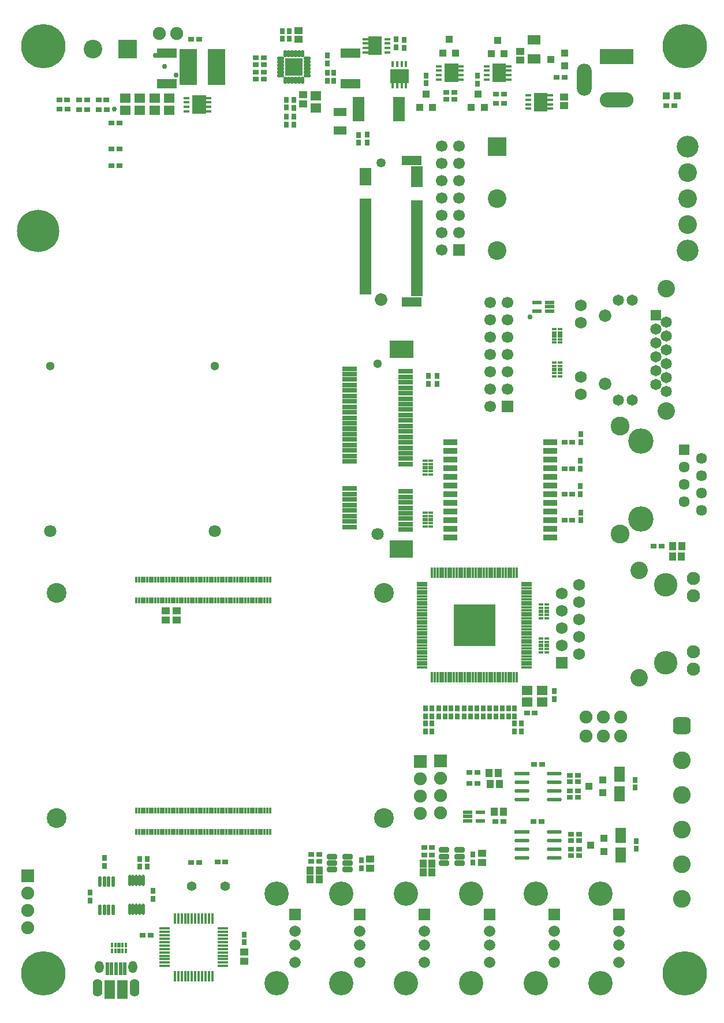
<source format=gts>
G04*
G04 #@! TF.GenerationSoftware,Altium Limited,Altium Designer,24.0.1 (36)*
G04*
G04 Layer_Color=8388736*
%FSLAX42Y42*%
%MOMM*%
G71*
G04*
G04 #@! TF.SameCoordinates,E1E02590-05F2-4693-A132-99C86EA4FF08*
G04*
G04*
G04 #@! TF.FilePolarity,Negative*
G04*
G01*
G75*
G04:AMPARAMS|DCode=22|XSize=0.56mm|YSize=0.2mm|CornerRadius=0.05mm|HoleSize=0mm|Usage=FLASHONLY|Rotation=0.000|XOffset=0mm|YOffset=0mm|HoleType=Round|Shape=RoundedRectangle|*
%AMROUNDEDRECTD22*
21,1,0.56,0.10,0,0,0.0*
21,1,0.47,0.20,0,0,0.0*
1,1,0.10,0.23,-0.05*
1,1,0.10,-0.23,-0.05*
1,1,0.10,-0.23,0.05*
1,1,0.10,0.23,0.05*
%
%ADD22ROUNDEDRECTD22*%
G04:AMPARAMS|DCode=31|XSize=2.17mm|YSize=0.57mm|CornerRadius=0.28mm|HoleSize=0mm|Usage=FLASHONLY|Rotation=0.000|XOffset=0mm|YOffset=0mm|HoleType=Round|Shape=RoundedRectangle|*
%AMROUNDEDRECTD31*
21,1,2.17,0.00,0,0,0.0*
21,1,1.61,0.57,0,0,0.0*
1,1,0.57,0.80,0.00*
1,1,0.57,-0.80,0.00*
1,1,0.57,-0.80,0.00*
1,1,0.57,0.80,0.00*
%
%ADD31ROUNDEDRECTD31*%
%ADD38R,0.81X0.36*%
%ADD42R,0.36X0.81*%
%ADD43R,1.70X3.55*%
%ADD56R,2.17X0.57*%
G04:AMPARAMS|DCode=57|XSize=0.56mm|YSize=0.2mm|CornerRadius=0.05mm|HoleSize=0mm|Usage=FLASHONLY|Rotation=270.000|XOffset=0mm|YOffset=0mm|HoleType=Round|Shape=RoundedRectangle|*
%AMROUNDEDRECTD57*
21,1,0.56,0.10,0,0,270.0*
21,1,0.47,0.20,0,0,270.0*
1,1,0.10,-0.05,-0.23*
1,1,0.10,-0.05,0.23*
1,1,0.10,0.05,0.23*
1,1,0.10,0.05,-0.23*
%
%ADD57ROUNDEDRECTD57*%
%ADD59R,1.75X0.50*%
%ADD60R,2.95X1.40*%
%ADD61O,0.37X1.60*%
%ADD62R,0.80X0.95*%
%ADD63R,0.43X1.56*%
%ADD64R,1.05X1.15*%
%ADD65R,0.95X0.80*%
%ADD66R,0.34X0.84*%
%ADD67R,1.56X0.43*%
%ADD68R,2.10X0.96*%
%ADD69R,1.60X1.40*%
G04:AMPARAMS|DCode=70|XSize=1.06mm|YSize=0.47mm|CornerRadius=0.14mm|HoleSize=0mm|Usage=FLASHONLY|Rotation=270.000|XOffset=0mm|YOffset=0mm|HoleType=Round|Shape=RoundedRectangle|*
%AMROUNDEDRECTD70*
21,1,1.06,0.20,0,0,270.0*
21,1,0.79,0.47,0,0,270.0*
1,1,0.27,-0.10,-0.40*
1,1,0.27,-0.10,0.40*
1,1,0.27,0.10,0.40*
1,1,0.27,0.10,-0.40*
%
%ADD70ROUNDEDRECTD70*%
%ADD71R,1.15X1.05*%
%ADD72R,1.55X1.35*%
%ADD73R,2.00X0.60*%
%ADD74O,1.60X0.37*%
G04:AMPARAMS|DCode=75|XSize=1.52mm|YSize=0.79mm|CornerRadius=0.18mm|HoleSize=0mm|Usage=FLASHONLY|Rotation=180.000|XOffset=0mm|YOffset=0mm|HoleType=Round|Shape=RoundedRectangle|*
%AMROUNDEDRECTD75*
21,1,1.52,0.44,0,0,180.0*
21,1,1.17,0.79,0,0,180.0*
1,1,0.35,-0.59,0.22*
1,1,0.35,0.59,0.22*
1,1,0.35,0.59,-0.22*
1,1,0.35,-0.59,-0.22*
%
%ADD75ROUNDEDRECTD75*%
%ADD76R,0.60X1.95*%
%ADD77R,1.10X1.10*%
G04:AMPARAMS|DCode=78|XSize=1.06mm|YSize=0.47mm|CornerRadius=0.14mm|HoleSize=0mm|Usage=FLASHONLY|Rotation=180.000|XOffset=0mm|YOffset=0mm|HoleType=Round|Shape=RoundedRectangle|*
%AMROUNDEDRECTD78*
21,1,1.06,0.20,0,0,180.0*
21,1,0.79,0.47,0,0,180.0*
1,1,0.27,-0.40,0.10*
1,1,0.27,0.40,0.10*
1,1,0.27,0.40,-0.10*
1,1,0.27,-0.40,-0.10*
%
%ADD78ROUNDEDRECTD78*%
%ADD79R,1.10X1.10*%
%ADD80R,2.90X1.40*%
%ADD81R,2.55X5.30*%
%ADD82R,1.01X1.13*%
%ADD83R,1.90X1.30*%
%ADD84R,1.85X1.40*%
%ADD85R,1.65X2.25*%
G04:AMPARAMS|DCode=86|XSize=1.6mm|YSize=0.5mm|CornerRadius=0.15mm|HoleSize=0mm|Usage=FLASHONLY|Rotation=90.000|XOffset=0mm|YOffset=0mm|HoleType=Round|Shape=RoundedRectangle|*
%AMROUNDEDRECTD86*
21,1,1.60,0.20,0,0,90.0*
21,1,1.30,0.50,0,0,90.0*
1,1,0.30,0.10,0.65*
1,1,0.30,0.10,-0.65*
1,1,0.30,-0.10,-0.65*
1,1,0.30,-0.10,0.65*
%
%ADD86ROUNDEDRECTD86*%
G04:AMPARAMS|DCode=87|XSize=1.7mm|YSize=0.48mm|CornerRadius=0.17mm|HoleSize=0mm|Usage=FLASHONLY|Rotation=270.000|XOffset=0mm|YOffset=0mm|HoleType=Round|Shape=RoundedRectangle|*
%AMROUNDEDRECTD87*
21,1,1.70,0.14,0,0,270.0*
21,1,1.36,0.48,0,0,270.0*
1,1,0.34,-0.07,-0.68*
1,1,0.34,-0.07,0.68*
1,1,0.34,0.07,0.68*
1,1,0.34,0.07,-0.68*
%
%ADD87ROUNDEDRECTD87*%
%ADD88R,1.32X0.56*%
%ADD89R,2.65X2.65*%
%ADD90R,1.63X2.70*%
G04:AMPARAMS|DCode=91|XSize=0.56mm|YSize=0.4mm|CornerRadius=0.05mm|HoleSize=0mm|Usage=FLASHONLY|Rotation=270.000|XOffset=0mm|YOffset=0mm|HoleType=Round|Shape=RoundedRectangle|*
%AMROUNDEDRECTD91*
21,1,0.56,0.30,0,0,270.0*
21,1,0.47,0.40,0,0,270.0*
1,1,0.10,-0.15,-0.23*
1,1,0.10,-0.15,0.23*
1,1,0.10,0.15,0.23*
1,1,0.10,0.15,-0.23*
%
%ADD91ROUNDEDRECTD91*%
%ADD92R,6.20X6.20*%
G04:AMPARAMS|DCode=93|XSize=0.56mm|YSize=0.4mm|CornerRadius=0.05mm|HoleSize=0mm|Usage=FLASHONLY|Rotation=0.000|XOffset=0mm|YOffset=0mm|HoleType=Round|Shape=RoundedRectangle|*
%AMROUNDEDRECTD93*
21,1,0.56,0.30,0,0,0.0*
21,1,0.47,0.40,0,0,0.0*
1,1,0.10,0.23,-0.15*
1,1,0.10,-0.23,-0.15*
1,1,0.10,-0.23,0.15*
1,1,0.10,0.23,0.15*
%
%ADD93ROUNDEDRECTD93*%
%ADD94R,3.20X2.30*%
%ADD95C,1.90*%
%ADD96C,1.35*%
%ADD97C,1.85*%
%ADD98C,6.20*%
%ADD99C,1.93*%
%ADD100C,1.73*%
%ADD101C,1.65*%
%ADD102R,1.73X1.73*%
%ADD103R,1.65X1.65*%
%ADD104R,1.90X1.90*%
%ADD105C,1.70*%
%ADD106C,1.61*%
%ADD107R,1.61X1.61*%
%ADD108C,2.56*%
%ADD109C,2.77*%
%ADD110R,1.66X1.66*%
%ADD111O,4.95X2.20*%
%ADD112C,3.20*%
%ADD113C,2.74*%
%ADD114C,2.60*%
%ADD115R,2.74X2.74*%
%ADD116C,1.66*%
%ADD117C,1.40*%
%ADD118C,3.57*%
%ADD119O,2.20X4.70*%
%ADD120R,4.95X2.20*%
%ADD121R,1.70X1.70*%
%ADD122O,1.30X1.80*%
%ADD123O,1.40X2.60*%
G04:AMPARAMS|DCode=124|XSize=2.6mm|YSize=2.6mm|CornerRadius=0.7mm|HoleSize=0mm|Usage=FLASHONLY|Rotation=90.000|XOffset=0mm|YOffset=0mm|HoleType=Round|Shape=RoundedRectangle|*
%AMROUNDEDRECTD124*
21,1,2.60,1.20,0,0,90.0*
21,1,1.20,2.60,0,0,90.0*
1,1,1.40,0.60,0.60*
1,1,1.40,0.60,-0.60*
1,1,1.40,-0.60,-0.60*
1,1,1.40,-0.60,0.60*
%
%ADD124ROUNDEDRECTD124*%
%ADD125C,3.45*%
%ADD126C,2.90*%
%ADD127C,1.30*%
%ADD128C,1.80*%
%ADD129C,3.71*%
%ADD130C,1.83*%
%ADD131C,6.49*%
%ADD132C,0.76*%
G36*
X5367Y13866D02*
X5166D01*
Y14136D01*
X5367D01*
Y13866D01*
D02*
G37*
G36*
X7188Y13469D02*
X6988D01*
Y13738D01*
X7188D01*
Y13469D01*
D02*
G37*
G36*
X6488Y13468D02*
X6287D01*
Y13737D01*
X6488D01*
Y13468D01*
D02*
G37*
G36*
X5760Y13454D02*
X5491D01*
Y13655D01*
X5760D01*
Y13454D01*
D02*
G37*
G36*
X7798Y13040D02*
X7598D01*
Y13310D01*
X7798D01*
Y13040D01*
D02*
G37*
G36*
X2787Y13002D02*
X2586D01*
Y13272D01*
X2787D01*
Y13002D01*
D02*
G37*
G36*
X8017Y9830D02*
X7947D01*
Y9864D01*
X8017D01*
Y9830D01*
D02*
G37*
G36*
X7934D02*
X7863D01*
Y9864D01*
X7934D01*
Y9830D01*
D02*
G37*
G36*
X8017Y9780D02*
X7947D01*
Y9814D01*
X8017D01*
Y9780D01*
D02*
G37*
G36*
X7934D02*
X7863D01*
Y9814D01*
X7934D01*
Y9780D01*
D02*
G37*
G36*
X8017Y9720D02*
X7947D01*
Y9774D01*
X8017D01*
Y9720D01*
D02*
G37*
G36*
X7934D02*
X7863D01*
Y9774D01*
X7934D01*
Y9720D01*
D02*
G37*
G36*
X8017Y9680D02*
X7947D01*
Y9714D01*
X8017D01*
Y9680D01*
D02*
G37*
G36*
X7934D02*
X7863D01*
Y9714D01*
X7934D01*
Y9680D01*
D02*
G37*
G36*
X8017Y9630D02*
X7947D01*
Y9664D01*
X8017D01*
Y9630D01*
D02*
G37*
G36*
X7934D02*
X7863D01*
Y9664D01*
X7934D01*
Y9630D01*
D02*
G37*
G36*
X5826Y9426D02*
X5487D01*
Y9676D01*
X5826D01*
Y9426D01*
D02*
G37*
G36*
X8017Y9336D02*
X7947D01*
Y9370D01*
X8017D01*
Y9336D01*
D02*
G37*
G36*
X7934D02*
X7863D01*
Y9370D01*
X7934D01*
Y9336D01*
D02*
G37*
G36*
X8017Y9286D02*
X7947D01*
Y9320D01*
X8017D01*
Y9286D01*
D02*
G37*
G36*
X7934D02*
X7863D01*
Y9320D01*
X7934D01*
Y9286D01*
D02*
G37*
G36*
X5003Y9231D02*
X4788D01*
Y9299D01*
X5003D01*
Y9231D01*
D02*
G37*
G36*
X8017Y9226D02*
X7947D01*
Y9280D01*
X8017D01*
Y9226D01*
D02*
G37*
G36*
X7934D02*
X7863D01*
Y9280D01*
X7934D01*
Y9226D01*
D02*
G37*
G36*
X5823Y9191D02*
X5608D01*
Y9259D01*
X5823D01*
Y9191D01*
D02*
G37*
G36*
X8017Y9186D02*
X7947D01*
Y9220D01*
X8017D01*
Y9186D01*
D02*
G37*
G36*
X7934D02*
X7863D01*
Y9220D01*
X7934D01*
Y9186D01*
D02*
G37*
G36*
X5003Y9151D02*
X4788D01*
Y9219D01*
X5003D01*
Y9151D01*
D02*
G37*
G36*
X8017Y9136D02*
X7947D01*
Y9170D01*
X8017D01*
Y9136D01*
D02*
G37*
G36*
X7934D02*
X7863D01*
Y9170D01*
X7934D01*
Y9136D01*
D02*
G37*
G36*
X5823Y9111D02*
X5608D01*
Y9179D01*
X5823D01*
Y9111D01*
D02*
G37*
G36*
X5003Y9071D02*
X4788D01*
Y9139D01*
X5003D01*
Y9071D01*
D02*
G37*
G36*
X5823Y9031D02*
X5608D01*
Y9099D01*
X5823D01*
Y9031D01*
D02*
G37*
G36*
X5003Y8991D02*
X4788D01*
Y9059D01*
X5003D01*
Y8991D01*
D02*
G37*
G36*
X5823Y8951D02*
X5608D01*
Y9019D01*
X5823D01*
Y8951D01*
D02*
G37*
G36*
X5003Y8911D02*
X4788D01*
Y8979D01*
X5003D01*
Y8911D01*
D02*
G37*
G36*
X5823Y8871D02*
X5608D01*
Y8939D01*
X5823D01*
Y8871D01*
D02*
G37*
G36*
X5003Y8831D02*
X4788D01*
Y8899D01*
X5003D01*
Y8831D01*
D02*
G37*
G36*
X5823Y8791D02*
X5608D01*
Y8859D01*
X5823D01*
Y8791D01*
D02*
G37*
G36*
X5003Y8751D02*
X4788D01*
Y8819D01*
X5003D01*
Y8751D01*
D02*
G37*
G36*
X5823Y8711D02*
X5608D01*
Y8779D01*
X5823D01*
Y8711D01*
D02*
G37*
G36*
X5003Y8671D02*
X4788D01*
Y8739D01*
X5003D01*
Y8671D01*
D02*
G37*
G36*
X5823Y8631D02*
X5608D01*
Y8699D01*
X5823D01*
Y8631D01*
D02*
G37*
G36*
X5003Y8591D02*
X4788D01*
Y8659D01*
X5003D01*
Y8591D01*
D02*
G37*
G36*
X5823Y8551D02*
X5608D01*
Y8619D01*
X5823D01*
Y8551D01*
D02*
G37*
G36*
X5003Y8511D02*
X4788D01*
Y8579D01*
X5003D01*
Y8511D01*
D02*
G37*
G36*
X5823Y8471D02*
X5608D01*
Y8539D01*
X5823D01*
Y8471D01*
D02*
G37*
G36*
X5003Y8431D02*
X4788D01*
Y8499D01*
X5003D01*
Y8431D01*
D02*
G37*
G36*
X5823Y8391D02*
X5608D01*
Y8459D01*
X5823D01*
Y8391D01*
D02*
G37*
G36*
X5003Y8351D02*
X4788D01*
Y8419D01*
X5003D01*
Y8351D01*
D02*
G37*
G36*
X5823Y8311D02*
X5608D01*
Y8379D01*
X5823D01*
Y8311D01*
D02*
G37*
G36*
X5003Y8271D02*
X4788D01*
Y8339D01*
X5003D01*
Y8271D01*
D02*
G37*
G36*
X5823Y8231D02*
X5608D01*
Y8299D01*
X5823D01*
Y8231D01*
D02*
G37*
G36*
X5003Y8191D02*
X4788D01*
Y8259D01*
X5003D01*
Y8191D01*
D02*
G37*
G36*
X5823Y8151D02*
X5608D01*
Y8219D01*
X5823D01*
Y8151D01*
D02*
G37*
G36*
X5003Y8111D02*
X4788D01*
Y8179D01*
X5003D01*
Y8111D01*
D02*
G37*
G36*
X5823Y8071D02*
X5608D01*
Y8139D01*
X5823D01*
Y8071D01*
D02*
G37*
G36*
X5003Y8031D02*
X4788D01*
Y8099D01*
X5003D01*
Y8031D01*
D02*
G37*
G36*
X5823Y7991D02*
X5608D01*
Y8059D01*
X5823D01*
Y7991D01*
D02*
G37*
G36*
X5003Y7951D02*
X4788D01*
Y8019D01*
X5003D01*
Y7951D01*
D02*
G37*
G36*
X5823Y7911D02*
X5608D01*
Y7979D01*
X5823D01*
Y7911D01*
D02*
G37*
G36*
X6121Y7897D02*
X6051D01*
Y7931D01*
X6121D01*
Y7897D01*
D02*
G37*
G36*
X6038D02*
X5967D01*
Y7931D01*
X6038D01*
Y7897D01*
D02*
G37*
G36*
X5003Y7871D02*
X4788D01*
Y7939D01*
X5003D01*
Y7871D01*
D02*
G37*
G36*
X6121Y7847D02*
X6051D01*
Y7881D01*
X6121D01*
Y7847D01*
D02*
G37*
G36*
X6038D02*
X5967D01*
Y7881D01*
X6038D01*
Y7847D01*
D02*
G37*
G36*
X5823Y7831D02*
X5608D01*
Y7899D01*
X5823D01*
Y7831D01*
D02*
G37*
G36*
X6121Y7787D02*
X6051D01*
Y7841D01*
X6121D01*
Y7787D01*
D02*
G37*
G36*
X6038D02*
X5967D01*
Y7841D01*
X6038D01*
Y7787D01*
D02*
G37*
G36*
X6121Y7747D02*
X6051D01*
Y7781D01*
X6121D01*
Y7747D01*
D02*
G37*
G36*
X6038D02*
X5967D01*
Y7781D01*
X6038D01*
Y7747D01*
D02*
G37*
G36*
X6121Y7697D02*
X6051D01*
Y7731D01*
X6121D01*
Y7697D01*
D02*
G37*
G36*
X6038D02*
X5967D01*
Y7731D01*
X6038D01*
Y7697D01*
D02*
G37*
G36*
X5003Y7471D02*
X4788D01*
Y7539D01*
X5003D01*
Y7471D01*
D02*
G37*
G36*
X5823Y7431D02*
X5608D01*
Y7499D01*
X5823D01*
Y7431D01*
D02*
G37*
G36*
X5003Y7391D02*
X4788D01*
Y7459D01*
X5003D01*
Y7391D01*
D02*
G37*
G36*
X5823Y7351D02*
X5608D01*
Y7419D01*
X5823D01*
Y7351D01*
D02*
G37*
G36*
X5003Y7311D02*
X4788D01*
Y7379D01*
X5003D01*
Y7311D01*
D02*
G37*
G36*
X5823Y7271D02*
X5608D01*
Y7339D01*
X5823D01*
Y7271D01*
D02*
G37*
G36*
X5003Y7231D02*
X4788D01*
Y7299D01*
X5003D01*
Y7231D01*
D02*
G37*
G36*
X5823Y7191D02*
X5608D01*
Y7259D01*
X5823D01*
Y7191D01*
D02*
G37*
G36*
X5003Y7151D02*
X4788D01*
Y7219D01*
X5003D01*
Y7151D01*
D02*
G37*
G36*
X6121Y7135D02*
X6051D01*
Y7169D01*
X6121D01*
Y7135D01*
D02*
G37*
G36*
X6038D02*
X5967D01*
Y7169D01*
X6038D01*
Y7135D01*
D02*
G37*
G36*
X5823Y7111D02*
X5608D01*
Y7179D01*
X5823D01*
Y7111D01*
D02*
G37*
G36*
X6121Y7085D02*
X6051D01*
Y7119D01*
X6121D01*
Y7085D01*
D02*
G37*
G36*
X6038D02*
X5967D01*
Y7119D01*
X6038D01*
Y7085D01*
D02*
G37*
G36*
X5003Y7071D02*
X4788D01*
Y7139D01*
X5003D01*
Y7071D01*
D02*
G37*
G36*
X5823Y7031D02*
X5608D01*
Y7099D01*
X5823D01*
Y7031D01*
D02*
G37*
G36*
X6121Y7025D02*
X6051D01*
Y7079D01*
X6121D01*
Y7025D01*
D02*
G37*
G36*
X6038D02*
X5967D01*
Y7079D01*
X6038D01*
Y7025D01*
D02*
G37*
G36*
X5003Y6991D02*
X4788D01*
Y7059D01*
X5003D01*
Y6991D01*
D02*
G37*
G36*
X6121Y6985D02*
X6051D01*
Y7019D01*
X6121D01*
Y6985D01*
D02*
G37*
G36*
X6038D02*
X5967D01*
Y7019D01*
X6038D01*
Y6985D01*
D02*
G37*
G36*
X5823Y6951D02*
X5608D01*
Y7019D01*
X5823D01*
Y6951D01*
D02*
G37*
G36*
X6121Y6935D02*
X6051D01*
Y6969D01*
X6121D01*
Y6935D01*
D02*
G37*
G36*
X6038D02*
X5967D01*
Y6969D01*
X6038D01*
Y6935D01*
D02*
G37*
G36*
X5003Y6911D02*
X4788D01*
Y6979D01*
X5003D01*
Y6911D01*
D02*
G37*
G36*
X5823Y6871D02*
X5608D01*
Y6939D01*
X5823D01*
Y6871D01*
D02*
G37*
G36*
X5824Y6496D02*
X5486D01*
Y6746D01*
X5824D01*
Y6496D01*
D02*
G37*
G36*
X7821Y5789D02*
X7750D01*
Y5823D01*
X7821D01*
Y5789D01*
D02*
G37*
G36*
X7737D02*
X7667D01*
Y5823D01*
X7737D01*
Y5789D01*
D02*
G37*
G36*
X7821Y5739D02*
X7750D01*
Y5773D01*
X7821D01*
Y5739D01*
D02*
G37*
G36*
X7737D02*
X7667D01*
Y5773D01*
X7737D01*
Y5739D01*
D02*
G37*
G36*
X7821Y5679D02*
X7750D01*
Y5733D01*
X7821D01*
Y5679D01*
D02*
G37*
G36*
X7737D02*
X7667D01*
Y5733D01*
X7737D01*
Y5679D01*
D02*
G37*
G36*
X7821Y5639D02*
X7750D01*
Y5673D01*
X7821D01*
Y5639D01*
D02*
G37*
G36*
X7737D02*
X7667D01*
Y5673D01*
X7737D01*
Y5639D01*
D02*
G37*
G36*
X7821Y5589D02*
X7750D01*
Y5623D01*
X7821D01*
Y5589D01*
D02*
G37*
G36*
X7737D02*
X7667D01*
Y5623D01*
X7737D01*
Y5589D01*
D02*
G37*
G36*
X7821Y5287D02*
X7751D01*
Y5321D01*
X7821D01*
Y5287D01*
D02*
G37*
G36*
X7738D02*
X7667D01*
Y5321D01*
X7738D01*
Y5287D01*
D02*
G37*
G36*
X7821Y5237D02*
X7751D01*
Y5271D01*
X7821D01*
Y5237D01*
D02*
G37*
G36*
X7738D02*
X7667D01*
Y5271D01*
X7738D01*
Y5237D01*
D02*
G37*
G36*
X7821Y5177D02*
X7751D01*
Y5231D01*
X7821D01*
Y5177D01*
D02*
G37*
G36*
X7738D02*
X7667D01*
Y5231D01*
X7738D01*
Y5177D01*
D02*
G37*
G36*
X7821Y5137D02*
X7751D01*
Y5171D01*
X7821D01*
Y5137D01*
D02*
G37*
G36*
X7738D02*
X7667D01*
Y5171D01*
X7738D01*
Y5137D01*
D02*
G37*
G36*
X7821Y5087D02*
X7751D01*
Y5121D01*
X7821D01*
Y5087D01*
D02*
G37*
G36*
X7738D02*
X7667D01*
Y5121D01*
X7738D01*
Y5087D01*
D02*
G37*
G36*
X1630Y775D02*
X1596D01*
Y845D01*
X1630D01*
Y775D01*
D02*
G37*
G36*
X1580D02*
X1546D01*
Y845D01*
X1580D01*
Y775D01*
D02*
G37*
G36*
X1540D02*
X1486D01*
Y845D01*
X1540D01*
Y775D01*
D02*
G37*
G36*
X1480D02*
X1446D01*
Y845D01*
X1480D01*
Y775D01*
D02*
G37*
G36*
X1430D02*
X1396D01*
Y845D01*
X1430D01*
Y775D01*
D02*
G37*
G36*
X1630Y691D02*
X1596D01*
Y762D01*
X1630D01*
Y691D01*
D02*
G37*
G36*
X1580D02*
X1546D01*
Y762D01*
X1580D01*
Y691D01*
D02*
G37*
G36*
X1540D02*
X1486D01*
Y762D01*
X1540D01*
Y691D01*
D02*
G37*
G36*
X1480D02*
X1446D01*
Y762D01*
X1480D01*
Y691D01*
D02*
G37*
G36*
X1430D02*
X1396D01*
Y762D01*
X1430D01*
Y691D01*
D02*
G37*
D22*
X6086Y6952D02*
D03*
X6002D02*
D03*
X6086Y7002D02*
D03*
X6002D02*
D03*
X6086Y7152D02*
D03*
X6002D02*
D03*
X6086Y7102D02*
D03*
X6002D02*
D03*
Y7764D02*
D03*
X6086D02*
D03*
X6002Y7714D02*
D03*
X6086D02*
D03*
X6002Y7914D02*
D03*
X6086D02*
D03*
X6002Y7864D02*
D03*
X6086D02*
D03*
D31*
X7898Y2346D02*
D03*
Y2219D02*
D03*
X7897Y3199D02*
D03*
Y3072D02*
D03*
Y2945D02*
D03*
X7898Y2092D02*
D03*
X7425Y2219D02*
D03*
Y2346D02*
D03*
X7424Y3072D02*
D03*
Y3199D02*
D03*
Y2945D02*
D03*
X7425Y2092D02*
D03*
X7897Y3326D02*
D03*
X7898Y2473D02*
D03*
D38*
X7516Y13078D02*
D03*
X5448Y13903D02*
D03*
Y13968D02*
D03*
Y14033D02*
D03*
X6206Y13505D02*
D03*
X6906Y13506D02*
D03*
X6206Y13700D02*
D03*
Y13635D02*
D03*
Y13570D02*
D03*
X6906Y13701D02*
D03*
Y13636D02*
D03*
Y13571D02*
D03*
X5448Y14098D02*
D03*
X5128D02*
D03*
Y14033D02*
D03*
Y13968D02*
D03*
Y13903D02*
D03*
X2505Y13039D02*
D03*
X7836Y13078D02*
D03*
Y13143D02*
D03*
Y13208D02*
D03*
Y13273D02*
D03*
X7226Y13506D02*
D03*
Y13571D02*
D03*
Y13636D02*
D03*
Y13701D02*
D03*
X6526Y13505D02*
D03*
Y13570D02*
D03*
Y13635D02*
D03*
Y13700D02*
D03*
X7516Y13273D02*
D03*
Y13208D02*
D03*
Y13143D02*
D03*
X2505Y13234D02*
D03*
Y13169D02*
D03*
Y13104D02*
D03*
X2825Y13039D02*
D03*
Y13104D02*
D03*
Y13169D02*
D03*
Y13234D02*
D03*
D42*
X5528Y13416D02*
D03*
X5593D02*
D03*
X5658D02*
D03*
X5723D02*
D03*
Y13736D02*
D03*
X5658D02*
D03*
X5593D02*
D03*
X5528D02*
D03*
D43*
X5616Y13068D02*
D03*
X5026D02*
D03*
D56*
X7424Y3326D02*
D03*
X7425Y2473D02*
D03*
D57*
X1463Y727D02*
D03*
Y810D02*
D03*
X1413Y727D02*
D03*
Y810D02*
D03*
X1613D02*
D03*
X1563D02*
D03*
Y727D02*
D03*
X1613D02*
D03*
D59*
X5884Y12205D02*
D03*
X5129Y11730D02*
D03*
X5884Y11705D02*
D03*
X5129Y11680D02*
D03*
X5884Y11655D02*
D03*
X5129Y11630D02*
D03*
X5884Y11605D02*
D03*
X5129Y11580D02*
D03*
Y11530D02*
D03*
X5884Y11505D02*
D03*
Y11455D02*
D03*
Y11355D02*
D03*
Y11305D02*
D03*
X5129Y11280D02*
D03*
Y11230D02*
D03*
X5884Y11205D02*
D03*
X5129Y11180D02*
D03*
X5884Y11155D02*
D03*
X5129Y11130D02*
D03*
Y11080D02*
D03*
X5884Y11055D02*
D03*
X5129Y11030D02*
D03*
X5884Y11005D02*
D03*
X5129Y10980D02*
D03*
Y10930D02*
D03*
X5884Y10905D02*
D03*
X5129Y10880D02*
D03*
X5884Y10855D02*
D03*
X5129Y10830D02*
D03*
Y10780D02*
D03*
X5884Y10755D02*
D03*
X5129Y10730D02*
D03*
X5884Y10705D02*
D03*
X5129Y10680D02*
D03*
X5884Y10655D02*
D03*
X5129Y10630D02*
D03*
X5884Y10605D02*
D03*
X5129Y10530D02*
D03*
X5884Y10505D02*
D03*
Y10405D02*
D03*
Y10455D02*
D03*
Y10805D02*
D03*
Y10955D02*
D03*
Y11105D02*
D03*
Y11255D02*
D03*
Y11405D02*
D03*
Y11555D02*
D03*
Y11955D02*
D03*
Y12105D02*
D03*
Y12155D02*
D03*
X5129Y10380D02*
D03*
Y10430D02*
D03*
Y10480D02*
D03*
Y12130D02*
D03*
Y12180D02*
D03*
X5884Y12005D02*
D03*
Y12055D02*
D03*
X5129Y12080D02*
D03*
X5884Y10555D02*
D03*
Y10355D02*
D03*
X5129Y11430D02*
D03*
Y11380D02*
D03*
Y10580D02*
D03*
Y11480D02*
D03*
Y11330D02*
D03*
Y11980D02*
D03*
Y12030D02*
D03*
D60*
X5806Y10245D02*
D03*
Y12315D02*
D03*
D61*
X2682Y1205D02*
D03*
X2732Y1205D02*
D03*
X2832D02*
D03*
X2882Y1205D02*
D03*
X2782D02*
D03*
X2532Y1205D02*
D03*
X2582Y355D02*
D03*
X2482Y1205D02*
D03*
X2682Y355D02*
D03*
X2632Y355D02*
D03*
X2732D02*
D03*
X2532Y355D02*
D03*
X2332D02*
D03*
X2482Y355D02*
D03*
X2382Y1205D02*
D03*
X2432Y1205D02*
D03*
X2332D02*
D03*
X2432Y355D02*
D03*
X2582Y1205D02*
D03*
X2632Y1205D02*
D03*
X2882Y355D02*
D03*
X2832Y355D02*
D03*
X2782Y355D02*
D03*
X2382Y355D02*
D03*
D62*
X6104Y4281D02*
D03*
X6010D02*
D03*
X6104Y4166D02*
D03*
X6010Y4059D02*
D03*
X6104D02*
D03*
X7899Y4535D02*
D03*
X6199Y4281D02*
D03*
X6382D02*
D03*
X6293D02*
D03*
X6477D02*
D03*
X6572D02*
D03*
X6759D02*
D03*
X6666D02*
D03*
X6852D02*
D03*
X7037D02*
D03*
X6945D02*
D03*
X7132D02*
D03*
X7226D02*
D03*
X7316D02*
D03*
Y4059D02*
D03*
Y4166D02*
D03*
X7410Y4060D02*
D03*
X8283Y7156D02*
D03*
X8281Y7540D02*
D03*
X8280Y7915D02*
D03*
X8283Y8304D02*
D03*
X8283Y7041D02*
D03*
X8281Y7425D02*
D03*
X8280Y7800D02*
D03*
X8283Y8189D02*
D03*
X6054Y9159D02*
D03*
X6177Y9158D02*
D03*
X5025Y12692D02*
D03*
X5155Y12696D02*
D03*
X6054Y9044D02*
D03*
X5155Y12581D02*
D03*
X1820Y2076D02*
D03*
X3906Y14217D02*
D03*
X5577Y13978D02*
D03*
X5692Y13973D02*
D03*
X3965Y13094D02*
D03*
X4572Y13741D02*
D03*
X4077Y13205D02*
D03*
X6018Y13450D02*
D03*
X6767Y13444D02*
D03*
X6018Y13565D02*
D03*
X6767Y13559D02*
D03*
X3965Y13209D02*
D03*
X4572Y13856D02*
D03*
X5577Y14093D02*
D03*
X5692Y14088D02*
D03*
X4665Y13604D02*
D03*
X4570Y13604D02*
D03*
X4078Y12959D02*
D03*
X4077Y13090D02*
D03*
X3964Y12959D02*
D03*
X4009Y14102D02*
D03*
X3906Y14102D02*
D03*
X9102Y2338D02*
D03*
X9084Y3234D02*
D03*
X9102Y2223D02*
D03*
X9084Y3119D02*
D03*
X4009Y14217D02*
D03*
X4570Y13489D02*
D03*
X1091Y1467D02*
D03*
X5025Y12577D02*
D03*
X6177Y9043D02*
D03*
X4665Y13489D02*
D03*
X4078Y12844D02*
D03*
X3964D02*
D03*
X1820Y1961D02*
D03*
X1924D02*
D03*
X1297Y2088D02*
D03*
X1924Y2076D02*
D03*
X6706Y2138D02*
D03*
X5065Y2053D02*
D03*
X3350Y965D02*
D03*
X7899Y4420D02*
D03*
X6945Y4166D02*
D03*
X6477D02*
D03*
X6010Y3944D02*
D03*
X7410Y3945D02*
D03*
X2015Y1492D02*
D03*
X6706Y2023D02*
D03*
X5065Y1938D02*
D03*
X3350Y850D02*
D03*
X1297Y1973D02*
D03*
X7316Y3944D02*
D03*
X7132Y4166D02*
D03*
X7226D02*
D03*
X6852D02*
D03*
X7037D02*
D03*
X6666D02*
D03*
X6572D02*
D03*
X6382D02*
D03*
X6293D02*
D03*
X6010D02*
D03*
X6199D02*
D03*
X6104Y3944D02*
D03*
X6759Y4166D02*
D03*
X1091Y1582D02*
D03*
X2015Y1607D02*
D03*
D63*
X6424Y4736D02*
D03*
X6384D02*
D03*
X7024Y6272D02*
D03*
X6984D02*
D03*
X7104D02*
D03*
X7064D02*
D03*
X7224D02*
D03*
X7184D02*
D03*
X7304D02*
D03*
X7264D02*
D03*
X7064Y4736D02*
D03*
X7104D02*
D03*
X7304D02*
D03*
X7264D02*
D03*
X7184D02*
D03*
X7224D02*
D03*
X7144D02*
D03*
X6464D02*
D03*
X6544D02*
D03*
X6504D02*
D03*
X6584D02*
D03*
X6624D02*
D03*
X6704D02*
D03*
X6664D02*
D03*
X6744D02*
D03*
X6824D02*
D03*
X6784D02*
D03*
X6864D02*
D03*
X6904D02*
D03*
X6944D02*
D03*
X6864Y6272D02*
D03*
X7144D02*
D03*
X6824D02*
D03*
X6544D02*
D03*
X6264D02*
D03*
X6344Y4736D02*
D03*
X6904Y6272D02*
D03*
X7344D02*
D03*
X6944D02*
D03*
X6704D02*
D03*
X6664D02*
D03*
X6464D02*
D03*
X6264Y4736D02*
D03*
X6304D02*
D03*
X7024D02*
D03*
X7344D02*
D03*
X6784Y6272D02*
D03*
X6744D02*
D03*
X6624D02*
D03*
X6584D02*
D03*
X6504D02*
D03*
X6424D02*
D03*
X6384D02*
D03*
X6344D02*
D03*
X6304D02*
D03*
X6224D02*
D03*
X6184D02*
D03*
X6144D02*
D03*
X6104D02*
D03*
Y4736D02*
D03*
X6144D02*
D03*
X6184D02*
D03*
X6224D02*
D03*
X6984D02*
D03*
D64*
X9634Y6658D02*
D03*
X9631Y6507D02*
D03*
X9765Y6659D02*
D03*
X9762Y6508D02*
D03*
X6103Y2009D02*
D03*
Y1878D02*
D03*
X4447Y1907D02*
D03*
Y1776D02*
D03*
X6941Y3334D02*
D03*
X6957Y3176D02*
D03*
X7149Y2771D02*
D03*
X4316Y1907D02*
D03*
Y1776D02*
D03*
X5972Y2009D02*
D03*
Y1878D02*
D03*
X7072Y3335D02*
D03*
X7018Y2770D02*
D03*
X7088Y3177D02*
D03*
D65*
X9468Y6659D02*
D03*
X8046Y7041D02*
D03*
X8047Y7428D02*
D03*
X7496Y4214D02*
D03*
X9353Y6659D02*
D03*
X8046Y8189D02*
D03*
Y7798D02*
D03*
X8161Y7041D02*
D03*
X8162Y7428D02*
D03*
X8161Y7798D02*
D03*
Y8189D02*
D03*
X8145Y2438D02*
D03*
Y2345D02*
D03*
Y2216D02*
D03*
Y2122D02*
D03*
X8125Y3298D02*
D03*
Y3204D02*
D03*
Y3075D02*
D03*
Y2976D02*
D03*
X1518Y12867D02*
D03*
X1403Y12239D02*
D03*
X1518D02*
D03*
Y12491D02*
D03*
X6104Y2246D02*
D03*
X4450Y2141D02*
D03*
X6104Y2133D02*
D03*
X4450Y2036D02*
D03*
X8047Y13536D02*
D03*
X3520Y13617D02*
D03*
Y13825D02*
D03*
X758Y13069D02*
D03*
X1046Y13067D02*
D03*
X1335D02*
D03*
X1046Y13203D02*
D03*
X754D02*
D03*
X2574Y14099D02*
D03*
X1329Y13203D02*
D03*
X6314Y13218D02*
D03*
X7045Y13159D02*
D03*
X6314Y13321D02*
D03*
X7045Y13289D02*
D03*
X1220Y13067D02*
D03*
X1214Y13203D02*
D03*
X931Y13067D02*
D03*
Y13203D02*
D03*
X639D02*
D03*
X643Y13069D02*
D03*
X9542Y13118D02*
D03*
X6769Y3339D02*
D03*
X3635Y13617D02*
D03*
X3635Y13510D02*
D03*
Y13720D02*
D03*
X3635Y13825D02*
D03*
X7160Y13289D02*
D03*
X6429Y13218D02*
D03*
Y13321D02*
D03*
X7160Y13159D02*
D03*
X8260Y2345D02*
D03*
X8240Y3204D02*
D03*
X8260Y2216D02*
D03*
X8240Y3075D02*
D03*
X9657Y13118D02*
D03*
X3520Y13720D02*
D03*
Y13510D02*
D03*
X2689Y14099D02*
D03*
X1978Y955D02*
D03*
X6652Y3181D02*
D03*
X7034Y2626D02*
D03*
X6767Y3181D02*
D03*
X7149Y2626D02*
D03*
X2574Y2025D02*
D03*
X3071Y2027D02*
D03*
X2956D02*
D03*
X2689Y2025D02*
D03*
X4335Y2036D02*
D03*
X5989Y2133D02*
D03*
X7932Y13536D02*
D03*
X1863Y955D02*
D03*
X1403Y12867D02*
D03*
X8260Y2438D02*
D03*
X7594Y2624D02*
D03*
X8240Y3298D02*
D03*
X7600Y3464D02*
D03*
X7611Y4214D02*
D03*
X1403Y12491D02*
D03*
X4335Y2141D02*
D03*
X5989Y2246D02*
D03*
X6654Y3339D02*
D03*
X8260Y2122D02*
D03*
X7709Y2624D02*
D03*
X8240Y2976D02*
D03*
X7715Y3464D02*
D03*
D66*
X3647Y6174D02*
D03*
X3687D02*
D03*
X3527D02*
D03*
X3567D02*
D03*
X3687Y5866D02*
D03*
X3647D02*
D03*
X3527D02*
D03*
X3567D02*
D03*
X3167D02*
D03*
X3247Y6174D02*
D03*
X3207D02*
D03*
X3247Y5866D02*
D03*
X2767Y6174D02*
D03*
X3287Y5866D02*
D03*
X2247Y6174D02*
D03*
Y5866D02*
D03*
X2527Y6174D02*
D03*
X2367D02*
D03*
X2407D02*
D03*
X2487D02*
D03*
X2527Y5866D02*
D03*
X2607Y6174D02*
D03*
X2927D02*
D03*
X3007D02*
D03*
X3127D02*
D03*
X2847D02*
D03*
Y5866D02*
D03*
X2807Y6174D02*
D03*
Y5866D02*
D03*
X1967Y6174D02*
D03*
X3647Y2782D02*
D03*
X3687D02*
D03*
X3727D02*
D03*
X3527D02*
D03*
X3407Y5866D02*
D03*
X3447D02*
D03*
X2127D02*
D03*
X2167D02*
D03*
X1927D02*
D03*
X3327Y6174D02*
D03*
X1887D02*
D03*
X1847D02*
D03*
X1767Y5866D02*
D03*
X3607Y2782D02*
D03*
Y2474D02*
D03*
X3487Y2782D02*
D03*
Y2474D02*
D03*
X3367Y2782D02*
D03*
Y2474D02*
D03*
X3247Y2782D02*
D03*
Y2474D02*
D03*
X3127Y2782D02*
D03*
Y2474D02*
D03*
X3007Y2782D02*
D03*
Y2474D02*
D03*
X2887D02*
D03*
X2767D02*
D03*
X2647Y2782D02*
D03*
Y2474D02*
D03*
X2527Y2782D02*
D03*
Y2474D02*
D03*
X2407Y2782D02*
D03*
Y2474D02*
D03*
X2287Y2782D02*
D03*
Y2474D02*
D03*
X2167Y2782D02*
D03*
Y2474D02*
D03*
X2047Y2782D02*
D03*
Y2474D02*
D03*
X1927Y2782D02*
D03*
Y2474D02*
D03*
X1807Y2782D02*
D03*
Y2474D02*
D03*
X3727Y6174D02*
D03*
X3607D02*
D03*
X3487D02*
D03*
X3287D02*
D03*
X3087D02*
D03*
X2887D02*
D03*
X2687D02*
D03*
X2567D02*
D03*
X2447D02*
D03*
X2327D02*
D03*
X3727Y5866D02*
D03*
X3327D02*
D03*
X3127D02*
D03*
X2927D02*
D03*
X2727D02*
D03*
X3607D02*
D03*
X3487D02*
D03*
X2567D02*
D03*
X2447D02*
D03*
X2287D02*
D03*
X1807D02*
D03*
X2767D02*
D03*
X3167Y6174D02*
D03*
X2727D02*
D03*
X2647D02*
D03*
X3207Y5866D02*
D03*
X3007D02*
D03*
X2887D02*
D03*
X2967D02*
D03*
Y6174D02*
D03*
X3087Y5866D02*
D03*
X2687D02*
D03*
X2647D02*
D03*
X2607D02*
D03*
X3047D02*
D03*
Y6174D02*
D03*
X2207Y5866D02*
D03*
X1767Y6174D02*
D03*
X3367Y5866D02*
D03*
X1807Y6174D02*
D03*
X1927D02*
D03*
X1887Y5866D02*
D03*
X1847D02*
D03*
X2087Y6174D02*
D03*
X2207D02*
D03*
X2167D02*
D03*
X2127D02*
D03*
X2047D02*
D03*
X2007D02*
D03*
X2087Y5866D02*
D03*
X2047D02*
D03*
X2007D02*
D03*
X1967D02*
D03*
X2327D02*
D03*
X2367D02*
D03*
X2407D02*
D03*
X2487D02*
D03*
X2287Y6174D02*
D03*
X3367D02*
D03*
X3407D02*
D03*
X3447D02*
D03*
X1767Y2474D02*
D03*
Y2782D02*
D03*
X1847Y2474D02*
D03*
Y2782D02*
D03*
X1887Y2474D02*
D03*
Y2782D02*
D03*
X1967Y2474D02*
D03*
Y2782D02*
D03*
X2007Y2474D02*
D03*
Y2782D02*
D03*
X2087Y2474D02*
D03*
Y2782D02*
D03*
X2127Y2474D02*
D03*
Y2782D02*
D03*
X2207Y2474D02*
D03*
Y2782D02*
D03*
X2247Y2474D02*
D03*
Y2782D02*
D03*
X2327Y2474D02*
D03*
Y2782D02*
D03*
X2367Y2474D02*
D03*
Y2782D02*
D03*
X2447Y2474D02*
D03*
Y2782D02*
D03*
X2487Y2474D02*
D03*
Y2782D02*
D03*
X2567Y2474D02*
D03*
Y2782D02*
D03*
X2607Y2474D02*
D03*
Y2782D02*
D03*
X2687Y2474D02*
D03*
Y2782D02*
D03*
X2727Y2474D02*
D03*
Y2782D02*
D03*
X2767D02*
D03*
X2807Y2474D02*
D03*
Y2782D02*
D03*
X2847Y2474D02*
D03*
Y2782D02*
D03*
X2887D02*
D03*
X2927Y2474D02*
D03*
Y2782D02*
D03*
X2967Y2474D02*
D03*
Y2782D02*
D03*
X3047Y2474D02*
D03*
Y2782D02*
D03*
X3087Y2474D02*
D03*
Y2782D02*
D03*
X3167Y2474D02*
D03*
Y2782D02*
D03*
X3207Y2474D02*
D03*
Y2782D02*
D03*
X3287Y2474D02*
D03*
Y2782D02*
D03*
X3327Y2474D02*
D03*
Y2782D02*
D03*
X3407Y2474D02*
D03*
Y2782D02*
D03*
X3447Y2474D02*
D03*
Y2782D02*
D03*
X3527Y2474D02*
D03*
X3567D02*
D03*
Y2782D02*
D03*
X3647Y2474D02*
D03*
X3687D02*
D03*
X3727D02*
D03*
D67*
X7491Y5804D02*
D03*
Y5844D02*
D03*
Y5884D02*
D03*
Y5924D02*
D03*
Y6004D02*
D03*
Y6044D02*
D03*
Y6084D02*
D03*
Y6124D02*
D03*
Y5564D02*
D03*
Y5604D02*
D03*
Y5484D02*
D03*
Y5524D02*
D03*
Y5364D02*
D03*
Y5404D02*
D03*
Y5284D02*
D03*
Y5324D02*
D03*
Y5164D02*
D03*
Y5204D02*
D03*
Y5084D02*
D03*
Y5124D02*
D03*
Y4964D02*
D03*
Y5004D02*
D03*
Y4884D02*
D03*
Y4924D02*
D03*
X5956Y6084D02*
D03*
X7491Y5644D02*
D03*
X5956Y5324D02*
D03*
X7491Y5044D02*
D03*
Y5444D02*
D03*
Y5964D02*
D03*
Y5724D02*
D03*
X5956Y6124D02*
D03*
Y6004D02*
D03*
Y5884D02*
D03*
Y5284D02*
D03*
Y5244D02*
D03*
X7491D02*
D03*
Y5764D02*
D03*
X5956Y6044D02*
D03*
Y5964D02*
D03*
Y5924D02*
D03*
Y5844D02*
D03*
Y5804D02*
D03*
Y5764D02*
D03*
Y5724D02*
D03*
Y5684D02*
D03*
Y5644D02*
D03*
Y5604D02*
D03*
Y5564D02*
D03*
Y5524D02*
D03*
Y5484D02*
D03*
Y5444D02*
D03*
Y5404D02*
D03*
Y5364D02*
D03*
Y5204D02*
D03*
Y5164D02*
D03*
Y5124D02*
D03*
Y5084D02*
D03*
Y5044D02*
D03*
Y5004D02*
D03*
Y4964D02*
D03*
Y4924D02*
D03*
Y4884D02*
D03*
X7491Y5684D02*
D03*
D68*
X6368Y6791D02*
D03*
Y6918D02*
D03*
Y7299D02*
D03*
Y7172D02*
D03*
Y7680D02*
D03*
Y7553D02*
D03*
Y8061D02*
D03*
Y7934D02*
D03*
Y7045D02*
D03*
Y7426D02*
D03*
Y7807D02*
D03*
Y8188D02*
D03*
X7838Y7045D02*
D03*
Y7426D02*
D03*
Y8188D02*
D03*
Y7807D02*
D03*
Y6918D02*
D03*
Y6791D02*
D03*
Y7299D02*
D03*
Y7172D02*
D03*
Y7680D02*
D03*
Y7553D02*
D03*
Y8061D02*
D03*
Y7934D02*
D03*
D69*
X7497Y4373D02*
D03*
X7717Y4543D02*
D03*
Y4373D02*
D03*
X7497Y4543D02*
D03*
D70*
X4203Y13884D02*
D03*
Y13497D02*
D03*
X4053Y13884D02*
D03*
X3953D02*
D03*
X4103D02*
D03*
X4003Y13497D02*
D03*
X4153Y13884D02*
D03*
Y13497D02*
D03*
X4103D02*
D03*
X3953D02*
D03*
X4003Y13884D02*
D03*
X4053Y13497D02*
D03*
D71*
X4217Y13280D02*
D03*
X4144Y14096D02*
D03*
X8043Y13122D02*
D03*
X7395Y13791D02*
D03*
X4217Y13149D02*
D03*
X4144Y14227D02*
D03*
X5194Y2070D02*
D03*
X6839Y2155D02*
D03*
X8043Y13253D02*
D03*
X7395Y13922D02*
D03*
X3351Y578D02*
D03*
X2199Y5711D02*
D03*
X2356Y5710D02*
D03*
X5194Y1939D02*
D03*
X6839Y2024D02*
D03*
X3351Y709D02*
D03*
X2199Y5580D02*
D03*
X2356Y5579D02*
D03*
D72*
X4401Y13263D02*
D03*
Y13088D02*
D03*
X2251Y13056D02*
D03*
X1604Y13056D02*
D03*
X1820Y13057D02*
D03*
X2035Y13055D02*
D03*
X2251Y13231D02*
D03*
X1604Y13231D02*
D03*
X1820Y13232D02*
D03*
X2035Y13230D02*
D03*
D73*
X4896Y8866D02*
D03*
X5716Y7866D02*
D03*
X4896Y6946D02*
D03*
X5716Y8746D02*
D03*
Y8826D02*
D03*
X4896Y9266D02*
D03*
Y7026D02*
D03*
X5716Y7226D02*
D03*
Y7466D02*
D03*
X4896Y7906D02*
D03*
X5716Y8026D02*
D03*
X4896Y8226D02*
D03*
X5716Y8266D02*
D03*
Y8346D02*
D03*
X4896Y8546D02*
D03*
X5716Y8586D02*
D03*
Y8666D02*
D03*
X4896Y8786D02*
D03*
X5716Y8906D02*
D03*
X4896Y9186D02*
D03*
X5716Y8186D02*
D03*
Y8106D02*
D03*
Y7386D02*
D03*
Y7306D02*
D03*
Y9226D02*
D03*
Y9146D02*
D03*
X4896Y9106D02*
D03*
X5716Y9066D02*
D03*
X4896Y9026D02*
D03*
X5716Y8986D02*
D03*
X4896Y8946D02*
D03*
Y8706D02*
D03*
Y8626D02*
D03*
Y8466D02*
D03*
Y8386D02*
D03*
Y8306D02*
D03*
Y8146D02*
D03*
Y8066D02*
D03*
Y7986D02*
D03*
X5716Y7946D02*
D03*
X4896Y7506D02*
D03*
Y7426D02*
D03*
Y7346D02*
D03*
Y7266D02*
D03*
Y7186D02*
D03*
X5716Y7146D02*
D03*
X4896Y7106D02*
D03*
X5716Y7066D02*
D03*
Y6986D02*
D03*
Y6906D02*
D03*
Y8506D02*
D03*
Y8426D02*
D03*
D74*
X2182Y505D02*
D03*
X3032Y905D02*
D03*
X2182Y1005D02*
D03*
Y755D02*
D03*
X3032D02*
D03*
X2182Y1055D02*
D03*
Y905D02*
D03*
Y955D02*
D03*
Y555D02*
D03*
Y605D02*
D03*
Y655D02*
D03*
Y705D02*
D03*
Y805D02*
D03*
Y855D02*
D03*
X3032Y955D02*
D03*
Y1055D02*
D03*
Y855D02*
D03*
Y1005D02*
D03*
Y805D02*
D03*
Y705D02*
D03*
Y655D02*
D03*
Y605D02*
D03*
Y555D02*
D03*
Y505D02*
D03*
D75*
X6280Y2015D02*
D03*
X4635Y1917D02*
D03*
X4864Y2107D02*
D03*
X6509Y2205D02*
D03*
X6280D02*
D03*
X4635Y2107D02*
D03*
X6280Y2110D02*
D03*
X4635Y2012D02*
D03*
X4864D02*
D03*
X6509Y2110D02*
D03*
X4864Y1917D02*
D03*
X6509Y2015D02*
D03*
D76*
X1340Y468D02*
D03*
X1600D02*
D03*
X1470D02*
D03*
X1405D02*
D03*
X1535D02*
D03*
D77*
X8047Y13703D02*
D03*
X7849Y13800D02*
D03*
X8625Y2374D02*
D03*
X8605Y3236D02*
D03*
X8625Y2184D02*
D03*
X8605Y3046D02*
D03*
X8407Y3143D02*
D03*
X8428Y2280D02*
D03*
X8047Y13893D02*
D03*
D78*
X4272Y13716D02*
D03*
Y13816D02*
D03*
Y13766D02*
D03*
X3885D02*
D03*
X4272Y13666D02*
D03*
X3885Y13566D02*
D03*
X4272Y13616D02*
D03*
X3885Y13666D02*
D03*
Y13716D02*
D03*
Y13816D02*
D03*
X4272Y13566D02*
D03*
X3885Y13616D02*
D03*
D79*
X7160Y13882D02*
D03*
X6452Y13894D02*
D03*
X6111Y13093D02*
D03*
X6870D02*
D03*
X6018Y13291D02*
D03*
X6777D02*
D03*
X6262Y13894D02*
D03*
X6970Y13882D02*
D03*
X5921Y13093D02*
D03*
X6680D02*
D03*
X6359Y14092D02*
D03*
X7067Y14079D02*
D03*
D80*
X2216Y13896D02*
D03*
X4910Y13895D02*
D03*
X2216Y13446D02*
D03*
X4910Y13445D02*
D03*
D81*
X2529Y13693D02*
D03*
X2944D02*
D03*
D82*
X9538Y13264D02*
D03*
X9700D02*
D03*
D83*
X4755Y13029D02*
D03*
Y12759D02*
D03*
D84*
X7601Y13806D02*
D03*
Y14086D02*
D03*
D85*
X8873Y2421D02*
D03*
X8849Y3314D02*
D03*
X8873Y2136D02*
D03*
X8849Y3029D02*
D03*
D86*
X1234Y1325D02*
D03*
X1299D02*
D03*
X1429Y1746D02*
D03*
X1364D02*
D03*
X1234D02*
D03*
X1299D02*
D03*
X1429Y1325D02*
D03*
X1364D02*
D03*
D87*
X1719Y1338D02*
D03*
X1669D02*
D03*
X1769Y1759D02*
D03*
X1719D02*
D03*
X1819D02*
D03*
X1869Y1338D02*
D03*
X1669Y1759D02*
D03*
X1819Y1338D02*
D03*
X1769D02*
D03*
X1869Y1759D02*
D03*
D88*
X7831Y10173D02*
D03*
X6623Y2697D02*
D03*
X6816Y2631D02*
D03*
X7638Y10239D02*
D03*
X6623Y2631D02*
D03*
X7831Y10239D02*
D03*
X7638Y10107D02*
D03*
X6816Y2763D02*
D03*
X7831Y10107D02*
D03*
X6623Y2763D02*
D03*
D89*
X4078Y13691D02*
D03*
D90*
X1374Y161D02*
D03*
X1567D02*
D03*
D91*
X1513Y727D02*
D03*
Y810D02*
D03*
D92*
X6724Y5504D02*
D03*
D93*
X6086Y7052D02*
D03*
X6002D02*
D03*
Y7814D02*
D03*
X6086D02*
D03*
D94*
X5656Y6621D02*
D03*
Y9551D02*
D03*
D95*
X2105Y14179D02*
D03*
X2359D02*
D03*
X6229Y3256D02*
D03*
Y2748D02*
D03*
Y3002D02*
D03*
X178Y1575D02*
D03*
X5935Y3252D02*
D03*
X178Y1067D02*
D03*
Y1321D02*
D03*
X8867Y4153D02*
D03*
Y3873D02*
D03*
X5935Y2744D02*
D03*
X8613Y4153D02*
D03*
Y3873D02*
D03*
X8359D02*
D03*
Y4153D02*
D03*
X5935Y2998D02*
D03*
D96*
X5356Y12280D02*
D03*
D97*
Y10280D02*
D03*
D98*
X331Y11283D02*
D03*
D99*
X9940Y5931D02*
D03*
Y5114D02*
D03*
Y6185D02*
D03*
Y4860D02*
D03*
D100*
X8288Y9936D02*
D03*
Y9141D02*
D03*
X8005Y5205D02*
D03*
X8259Y5078D02*
D03*
X8005Y5459D02*
D03*
X8259Y5332D02*
D03*
X8005Y5713D02*
D03*
X8259Y5586D02*
D03*
X8005Y5967D02*
D03*
X8259Y5840D02*
D03*
X8288Y10190D02*
D03*
Y8887D02*
D03*
X8259Y6094D02*
D03*
D101*
X9538Y9336D02*
D03*
X9388Y9235D02*
D03*
Y9844D02*
D03*
X9538Y9945D02*
D03*
Y9742D02*
D03*
X9388Y9641D02*
D03*
Y9032D02*
D03*
X9538Y9133D02*
D03*
X9388Y9438D02*
D03*
X9538Y9539D02*
D03*
Y8930D02*
D03*
X9040Y8807D02*
D03*
X8837D02*
D03*
X9040Y10270D02*
D03*
X8837D02*
D03*
D102*
X8005Y4951D02*
D03*
D103*
X9388Y10047D02*
D03*
D104*
X6229Y3510D02*
D03*
X5935Y3506D02*
D03*
X178Y1829D02*
D03*
D105*
X6245Y11004D02*
D03*
Y11258D02*
D03*
Y11512D02*
D03*
X7209Y9985D02*
D03*
Y9731D02*
D03*
X6955Y9477D02*
D03*
Y8715D02*
D03*
X7209Y10239D02*
D03*
X6955Y9985D02*
D03*
Y9731D02*
D03*
X7209Y9477D02*
D03*
X6245Y11766D02*
D03*
Y12020D02*
D03*
Y12274D02*
D03*
Y12528D02*
D03*
X6499Y11766D02*
D03*
Y12274D02*
D03*
Y12528D02*
D03*
Y11258D02*
D03*
X6955Y10239D02*
D03*
Y8969D02*
D03*
X6499Y12020D02*
D03*
X6955Y9223D02*
D03*
X7209D02*
D03*
X6499Y11512D02*
D03*
X7209Y8969D02*
D03*
D106*
X9801Y7314D02*
D03*
X10055Y7187D02*
D03*
Y7695D02*
D03*
X9801Y7568D02*
D03*
Y7822D02*
D03*
X10055Y7441D02*
D03*
Y7949D02*
D03*
D107*
X9801Y8076D02*
D03*
D108*
X9538Y10438D02*
D03*
Y8640D02*
D03*
X9140Y6310D02*
D03*
Y4735D02*
D03*
D109*
X8861Y6844D02*
D03*
Y8419D02*
D03*
D110*
X7896Y1261D02*
D03*
X6945D02*
D03*
X8847D02*
D03*
X4093D02*
D03*
X5043D02*
D03*
X5994D02*
D03*
D111*
X8814Y13209D02*
D03*
D112*
X9848Y12517D02*
D03*
Y10993D02*
D03*
D113*
Y12136D02*
D03*
X7054Y11755D02*
D03*
X1134Y13951D02*
D03*
X7054Y10993D02*
D03*
X9848Y11755D02*
D03*
Y11374D02*
D03*
D114*
X9770Y2506D02*
D03*
Y3522D02*
D03*
Y1998D02*
D03*
Y3014D02*
D03*
Y1490D02*
D03*
D115*
X7054Y12517D02*
D03*
X1642Y13951D02*
D03*
D116*
X8847Y1011D02*
D03*
Y811D02*
D03*
X7896Y1011D02*
D03*
Y811D02*
D03*
X6945Y1011D02*
D03*
Y811D02*
D03*
X5994Y1011D02*
D03*
Y811D02*
D03*
X5043Y1011D02*
D03*
Y811D02*
D03*
X4093Y1011D02*
D03*
Y811D02*
D03*
Y561D02*
D03*
X5043D02*
D03*
X5994D02*
D03*
X7896D02*
D03*
X6945D02*
D03*
X8847D02*
D03*
D117*
X2582Y1673D02*
D03*
X3070D02*
D03*
D118*
X3822Y1568D02*
D03*
Y254D02*
D03*
X4772Y1568D02*
D03*
Y254D02*
D03*
X5723Y1568D02*
D03*
Y254D02*
D03*
X7625Y1568D02*
D03*
Y254D02*
D03*
X6674Y1568D02*
D03*
Y254D02*
D03*
X8576Y1568D02*
D03*
Y254D02*
D03*
D119*
X8334Y13499D02*
D03*
D120*
X8814Y13839D02*
D03*
D121*
X7209Y8715D02*
D03*
X6499Y11004D02*
D03*
D122*
X1228Y489D02*
D03*
X1713D02*
D03*
D123*
X1198Y186D02*
D03*
X1743D02*
D03*
D124*
X9770Y4030D02*
D03*
D125*
X9529Y4951D02*
D03*
Y6094D02*
D03*
D126*
X5397Y5974D02*
D03*
X597D02*
D03*
X5397Y2674D02*
D03*
X597D02*
D03*
D127*
X2916Y9301D02*
D03*
X506D02*
D03*
X5306Y9336D02*
D03*
D128*
X506Y6881D02*
D03*
X2916D02*
D03*
X5306Y6836D02*
D03*
D129*
X9166Y8203D02*
D03*
Y7060D02*
D03*
D130*
X8639Y9038D02*
D03*
Y10039D02*
D03*
D131*
X400Y400D02*
D03*
X9811Y400D02*
D03*
X400Y13992D02*
D03*
X9811Y13992D02*
D03*
D132*
X2349Y13573D02*
D03*
X2042Y13861D02*
D03*
X2181Y13696D02*
D03*
X1441Y13072D02*
D03*
X7541Y10026D02*
D03*
M02*

</source>
